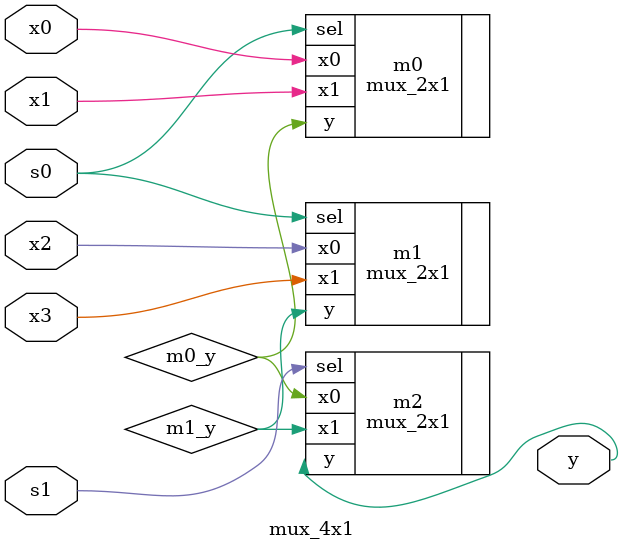
<source format=v>
`include "../mux_2x1/mux_2x1.v"
`timescale 1ns / 1ps

module mux_4x1(x0, x1, x2, x3, s0, s1, y);
input x0, x1, x2, x3;
input s0, s1;
output y;
mux_2x1 m0(.x0(x0), .x1(x1), .sel(s0), .y(m0_y));
mux_2x1 m1(.x0(x2), .x1(x3), .sel(s0), .y(m1_y));
mux_2x1 m2(.x0(m0_y), .x1(m1_y), .sel(s1), .y(y));
endmodule

</source>
